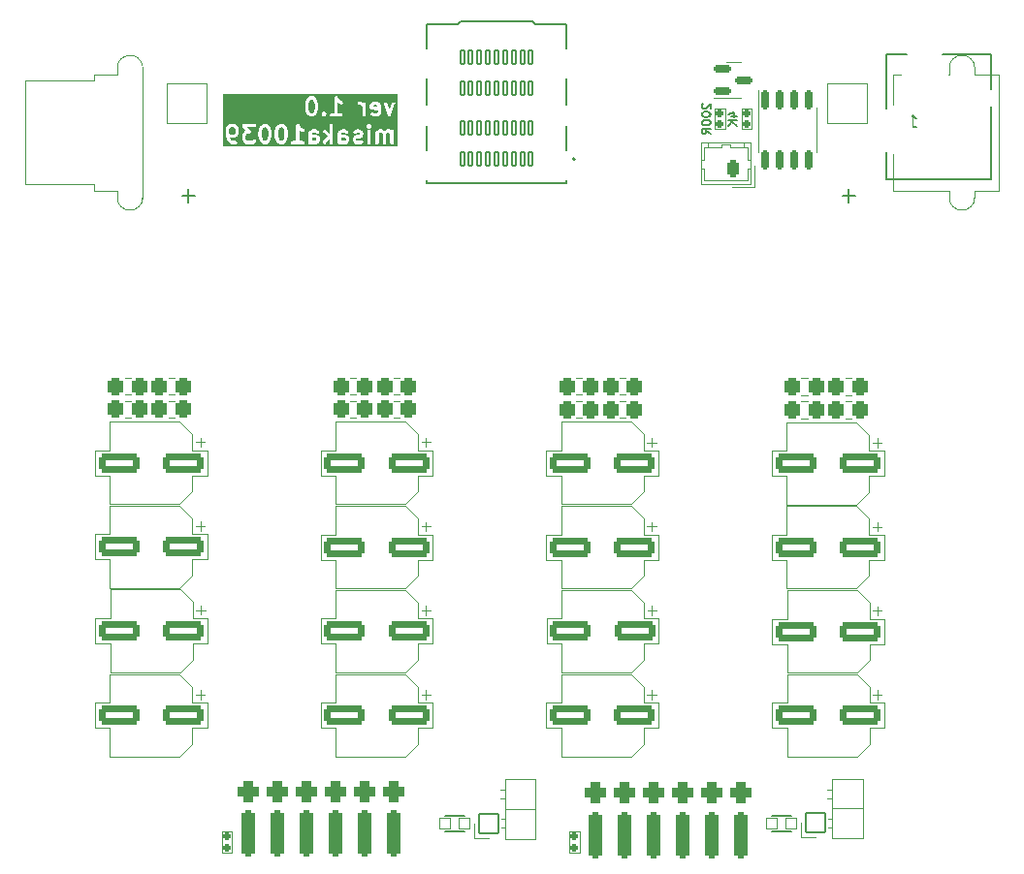
<source format=gbo>
G04 Layer: BottomSilkscreenLayer*
G04 EasyEDA v6.5.25, 2023-03-20 21:11:36*
**********************************至少这一行要换成自己的************************************
G04 Gerber Generator version 0.2*
G04 Scale: 100 percent, Rotated: No, Reflected: No *
G04 Dimensions in millimeters  *
G04 leading zeros omitted , absolute positions ,3 integer and 6 decimal *
G04 #@! TF.GenerationSoftware,KiCad,Pcbnew,7.0.9*
G04 #@! TF.CreationDate,2024-04-10T09:45:46+08:00*
G04 #@! TF.ProjectId,6__ 2.5_NAS,36d84d20-322e-435f-984e-41532e6b6963,0.3*
G04 #@! TF.SameCoordinates,PXbbc77c0PY26f37c0*
G04 #@! TF.FileFunction,Legend,Bot*
G04 #@! TF.FilePolarity,Positive*
%FSLAX45Y45*%
G04 Gerber Fmt 4.5, Leading zero omitted, Abs format (unit mm)*
G04 Created by KiCad (PCBNEW 7.0.9) date 2024-04-10 09:45:46*
%MOMM*%
%LPD*%
G01*
G04 APERTURE LIST*
G04 Aperture macros list*
%AMRoundRect*
0 Rectangle with rounded corners*
0 $1 Rounding radius*
0 $2 $3 $4 $5 $6 $7 $8 $9 X,Y pos of 4 corners*
0 Add a 4 corners polygon primitive as box body*
4,1,4,$2,$3,$4,$5,$6,$7,$8,$9,$2,$3,0*
0 Add four circle primitives for the rounded corners*
1,1,$1+$1,$2,$3*
1,1,$1+$1,$4,$5*
1,1,$1+$1,$6,$7*
1,1,$1+$1,$8,$9*
0 Add four rect primitives between the rounded corners*
20,1,$1+$1,$2,$3,$4,$5,0*
20,1,$1+$1,$4,$5,$6,$7,0*
20,1,$1+$1,$6,$7,$8,$9,0*
20,1,$1+$1,$8,$9,$2,$3,0*%
G04 Aperture macros list end*
%ADD10C,0.300000*%
%ADD11C,0.150000*%
%ADD12C,0.100000*%
%ADD13C,0.120000*%
%ADD14C,0.127000*%
%ADD15C,0.200000*%
%ADD16RoundRect,0.197500X-0.172500X0.147500X-0.172500X-0.147500X0.172500X-0.147500X0.172500X0.147500X0*%
%ADD17RoundRect,0.050000X0.500000X0.500000X-0.500000X0.500000X-0.500000X-0.500000X0.500000X-0.500000X0*%
%ADD18RoundRect,0.200000X-0.150000X0.675000X-0.150000X-0.675000X0.150000X-0.675000X0.150000X0.675000X0*%
%ADD19RoundRect,0.200000X-0.587500X-0.150000X0.587500X-0.150000X0.587500X0.150000X-0.587500X0.150000X0*%
%ADD20RoundRect,0.275000X0.225000X0.475000X-0.225000X0.475000X-0.225000X-0.475000X0.225000X-0.475000X0*%
%ADD21O,1.000000X1.500000*%
%ADD22C,1.300000*%
%ADD23C,1.700000*%
%ADD24RoundRect,0.300000X1.500000X0.550000X-1.500000X0.550000X-1.500000X-0.550000X1.500000X-0.550000X0*%
%ADD25RoundRect,0.300000X-0.337500X-0.475000X0.337500X-0.475000X0.337500X0.475000X-0.337500X0.475000X0*%
%ADD26C,1.350000*%
%ADD27RoundRect,0.102000X0.175000X0.600000X-0.175000X0.600000X-0.175000X-0.600000X0.175000X-0.600000X0*%
%ADD28O,1.254000X2.204000*%
%ADD29RoundRect,0.300000X0.337500X0.475000X-0.337500X0.475000X-0.337500X-0.475000X0.337500X-0.475000X0*%
%ADD30RoundRect,0.050000X-0.850000X-0.850000X0.850000X-0.850000X0.850000X0.850000X-0.850000X0.850000X0*%
%ADD31O,1.800000X1.800000*%
%ADD32RoundRect,0.304000X-0.254000X-1.752600X0.254000X-1.752600X0.254000X1.752600X-0.254000X1.752600X0*%
%ADD33RoundRect,0.507200X-0.457200X-0.457200X0.457200X-0.457200X0.457200X0.457200X-0.457200X0.457200X0*%
%ADD34C,1.500000*%
%ADD35RoundRect,0.050000X1.750000X-1.750000X1.750000X1.750000X-1.750000X1.750000X-1.750000X-1.750000X0*%
%ADD36C,3.600000*%
%ADD37O,2.304000X4.404000*%
%ADD38O,4.204000X2.204000*%
%ADD39RoundRect,0.050000X-1.750000X1.750000X-1.750000X-1.750000X1.750000X-1.750000X1.750000X1.750000X0*%
G04 APERTURE END LIST*
D10*
G36*
X-1454022Y358726D02*
G01*
X-1450322Y355026D01*
X-1445851Y346085D01*
X-1445851Y317453D01*
X-1450322Y308511D01*
X-1454022Y304811D01*
X-1462963Y300340D01*
X-1484453Y300340D01*
X-1493394Y304811D01*
X-1497095Y308511D01*
X-1501565Y317453D01*
X-1501565Y346085D01*
X-1497095Y355026D01*
X-1493394Y358726D01*
X-1484453Y363197D01*
X-1462963Y363197D01*
X-1454022Y358726D01*
G37*
G36*
X-1175451Y358726D02*
G01*
X-1171750Y355026D01*
X-1166433Y344390D01*
X-1160137Y319208D01*
X-1160137Y287186D01*
X-1166433Y262004D01*
X-1171751Y251368D01*
X-1175451Y247668D01*
X-1184392Y243197D01*
X-1191596Y243197D01*
X-1200537Y247668D01*
X-1204238Y251368D01*
X-1209556Y262004D01*
X-1215851Y287187D01*
X-1215851Y319208D01*
X-1209556Y344390D01*
X-1204238Y355026D01*
X-1200537Y358727D01*
X-1191596Y363197D01*
X-1184392Y363197D01*
X-1175451Y358726D01*
G37*
G36*
X-1032594Y358726D02*
G01*
X-1028893Y355026D01*
X-1023575Y344390D01*
X-1017280Y319208D01*
X-1017280Y287186D01*
X-1023575Y262004D01*
X-1028893Y251368D01*
X-1032594Y247668D01*
X-1041535Y243197D01*
X-1048739Y243197D01*
X-1057680Y247668D01*
X-1061381Y251368D01*
X-1066699Y262004D01*
X-1072994Y287187D01*
X-1072994Y319208D01*
X-1066699Y344390D01*
X-1061381Y355026D01*
X-1057680Y358727D01*
X-1048739Y363197D01*
X-1041535Y363197D01*
X-1032594Y358726D01*
G37*
G36*
X-742032Y267017D02*
G01*
X-738708Y260371D01*
X-738708Y253167D01*
X-742032Y246520D01*
X-748678Y243197D01*
X-777310Y243197D01*
X-780137Y244611D01*
X-780137Y270340D01*
X-748678Y270340D01*
X-742032Y267017D01*
G37*
G36*
X-484889Y267017D02*
G01*
X-481565Y260371D01*
X-481565Y253167D01*
X-484889Y246520D01*
X-491535Y243197D01*
X-520167Y243197D01*
X-522994Y244611D01*
X-522994Y270340D01*
X-491535Y270340D01*
X-484889Y267017D01*
G37*
G36*
X-768308Y600227D02*
G01*
X-764607Y596526D01*
X-759289Y585890D01*
X-752994Y560708D01*
X-752994Y528686D01*
X-759289Y503504D01*
X-764607Y492868D01*
X-768308Y489168D01*
X-777249Y484697D01*
X-784453Y484697D01*
X-793394Y489168D01*
X-797095Y492868D01*
X-802413Y503504D01*
X-808708Y528687D01*
X-808708Y560708D01*
X-802413Y585890D01*
X-797095Y596526D01*
X-793394Y600227D01*
X-784453Y604697D01*
X-777249Y604697D01*
X-768308Y600227D01*
G37*
G36*
X-206317Y551374D02*
G01*
X-202994Y544728D01*
X-202994Y537994D01*
X-243717Y546139D01*
X-241099Y551374D01*
X-234453Y554697D01*
X-212963Y554697D01*
X-206317Y551374D01*
G37*
G36*
X-30381Y191769D02*
G01*
X-1552994Y191769D01*
X-1552994Y292483D01*
X-1531565Y292483D01*
X-1531086Y290695D01*
X-1531117Y288845D01*
X-1523975Y260273D01*
X-1522727Y258026D01*
X-1521903Y255591D01*
X-1507617Y234162D01*
X-1506492Y233174D01*
X-1505743Y231876D01*
X-1498600Y224733D01*
X-1496509Y223526D01*
X-1494702Y221924D01*
X-1480416Y214781D01*
X-1477039Y214090D01*
X-1473708Y213197D01*
X-1445137Y213197D01*
X-1437637Y215207D01*
X-1432146Y220697D01*
X-1430137Y228197D01*
X-1432146Y235697D01*
X-1437637Y241188D01*
X-1445137Y243197D01*
X-1470167Y243197D01*
X-1479109Y247668D01*
X-1483480Y252039D01*
X-1486633Y256769D01*
X-1388708Y256769D01*
X-1387816Y253438D01*
X-1387125Y250060D01*
X-1379982Y235775D01*
X-1378380Y233968D01*
X-1377172Y231876D01*
X-1370029Y224733D01*
X-1367938Y223526D01*
X-1366131Y221924D01*
X-1351845Y214781D01*
X-1348467Y214090D01*
X-1345137Y213197D01*
X-1302280Y213197D01*
X-1298949Y214090D01*
X-1295572Y214781D01*
X-1281286Y221924D01*
X-1279479Y223526D01*
X-1277387Y224733D01*
X-1270245Y231876D01*
X-1266362Y238601D01*
X-1266362Y246365D01*
X-1270245Y253089D01*
X-1276969Y256972D01*
X-1284733Y256972D01*
X-1291458Y253089D01*
X-1296880Y247668D01*
X-1305821Y243197D01*
X-1341596Y243197D01*
X-1350537Y247668D01*
X-1354238Y251368D01*
X-1358708Y260310D01*
X-1358708Y285340D01*
X-1245851Y285340D01*
X-1245372Y283552D01*
X-1245403Y281702D01*
X-1238260Y253131D01*
X-1237457Y251683D01*
X-1237125Y250060D01*
X-1229982Y235775D01*
X-1228380Y233968D01*
X-1227172Y231876D01*
X-1220029Y224733D01*
X-1217938Y223526D01*
X-1216131Y221924D01*
X-1201845Y214781D01*
X-1198468Y214090D01*
X-1195137Y213197D01*
X-1180851Y213197D01*
X-1177521Y214090D01*
X-1174143Y214781D01*
X-1159857Y221924D01*
X-1158050Y223526D01*
X-1155959Y224733D01*
X-1148816Y231876D01*
X-1147609Y233968D01*
X-1146006Y235775D01*
X-1138863Y250060D01*
X-1138531Y251683D01*
X-1137728Y253131D01*
X-1130585Y281702D01*
X-1130616Y283552D01*
X-1130137Y285340D01*
X-1102994Y285340D01*
X-1102515Y283552D01*
X-1102546Y281702D01*
X-1095403Y253131D01*
X-1094600Y251683D01*
X-1094268Y250060D01*
X-1087125Y235775D01*
X-1085523Y233968D01*
X-1084315Y231876D01*
X-1077172Y224733D01*
X-1075081Y223526D01*
X-1073274Y221924D01*
X-1058988Y214781D01*
X-1055610Y214090D01*
X-1052280Y213197D01*
X-1037994Y213197D01*
X-1034664Y214090D01*
X-1031286Y214781D01*
X-1017000Y221924D01*
X-1015193Y223526D01*
X-1013102Y224733D01*
X-1009638Y228197D01*
X-960137Y228197D01*
X-958127Y220697D01*
X-952637Y215207D01*
X-945137Y213197D01*
X-902280Y213197D01*
X-859423Y213197D01*
X-851923Y215207D01*
X-846432Y220697D01*
X-844423Y228197D01*
X-810137Y228197D01*
X-808127Y220697D01*
X-802637Y215207D01*
X-795137Y213197D01*
X-788141Y215072D01*
X-787559Y214781D01*
X-784182Y214090D01*
X-780851Y213197D01*
X-745137Y213197D01*
X-741807Y214090D01*
X-738429Y214781D01*
X-724143Y221924D01*
X-723457Y222532D01*
X-722586Y222822D01*
X-720588Y225076D01*
X-718333Y227075D01*
X-718043Y227946D01*
X-717435Y228632D01*
X-716755Y229991D01*
X-681458Y229991D01*
X-680360Y222305D01*
X-675566Y216197D01*
X-668360Y213305D01*
X-660673Y214403D01*
X-654566Y219197D01*
X-624423Y259388D01*
X-624423Y228197D01*
X-622413Y220697D01*
X-616923Y215207D01*
X-609423Y213197D01*
X-601923Y215207D01*
X-596432Y220697D01*
X-594423Y228197D01*
X-552994Y228197D01*
X-550984Y220697D01*
X-545494Y215207D01*
X-537994Y213197D01*
X-530998Y215072D01*
X-530416Y214781D01*
X-527039Y214090D01*
X-523708Y213197D01*
X-487994Y213197D01*
X-484664Y214090D01*
X-481286Y214781D01*
X-467000Y221924D01*
X-466314Y222532D01*
X-465443Y222822D01*
X-463445Y225076D01*
X-461191Y227075D01*
X-460900Y227946D01*
X-460292Y228632D01*
X-453149Y242918D01*
X-452458Y246296D01*
X-451565Y249626D01*
X-424423Y249626D01*
X-423530Y246296D01*
X-422839Y242918D01*
X-415696Y228632D01*
X-415088Y227946D01*
X-414797Y227075D01*
X-412543Y225076D01*
X-410545Y222822D01*
X-409674Y222532D01*
X-408988Y221924D01*
X-394702Y214781D01*
X-391325Y214090D01*
X-387994Y213197D01*
X-359423Y213197D01*
X-356092Y214090D01*
X-352714Y214781D01*
X-338429Y221924D01*
X-332619Y227075D01*
X-332245Y228197D01*
X-295851Y228197D01*
X-293842Y220697D01*
X-288351Y215207D01*
X-280851Y213197D01*
X-273351Y215207D01*
X-267861Y220697D01*
X-265851Y228197D01*
X-224423Y228197D01*
X-222413Y220697D01*
X-216923Y215207D01*
X-209423Y213197D01*
X-201923Y215207D01*
X-196432Y220697D01*
X-194423Y228197D01*
X-194423Y303228D01*
X-191099Y309874D01*
X-184453Y313197D01*
X-170106Y313197D01*
X-163460Y309874D01*
X-160137Y303228D01*
X-160137Y228197D01*
X-158127Y220697D01*
X-152637Y215207D01*
X-145137Y213197D01*
X-137637Y215207D01*
X-132146Y220697D01*
X-130137Y228197D01*
X-130137Y303228D01*
X-126814Y309874D01*
X-120167Y313197D01*
X-105821Y313197D01*
X-96879Y308727D01*
X-95851Y307698D01*
X-95851Y228197D01*
X-93841Y220697D01*
X-88351Y215207D01*
X-80851Y213197D01*
X-73351Y215207D01*
X-67861Y220697D01*
X-65851Y228197D01*
X-65851Y328197D01*
X-67861Y335697D01*
X-73351Y341188D01*
X-80851Y343197D01*
X-88351Y341188D01*
X-90474Y339065D01*
X-95571Y341614D01*
X-98950Y342305D01*
X-102280Y343197D01*
X-123708Y343197D01*
X-127038Y342305D01*
X-130417Y341614D01*
X-144702Y334471D01*
X-145137Y334085D01*
X-145572Y334471D01*
X-159857Y341614D01*
X-163235Y342305D01*
X-166565Y343197D01*
X-187994Y343197D01*
X-191324Y342305D01*
X-194702Y341614D01*
X-208988Y334471D01*
X-209674Y333862D01*
X-210544Y333572D01*
X-212543Y331318D01*
X-214797Y329319D01*
X-215087Y328449D01*
X-215696Y327763D01*
X-222839Y313477D01*
X-223530Y310099D01*
X-224423Y306769D01*
X-224423Y228197D01*
X-265851Y228197D01*
X-265851Y328197D01*
X-267861Y335697D01*
X-273351Y341188D01*
X-280851Y343197D01*
X-288351Y341188D01*
X-293842Y335697D01*
X-295851Y328197D01*
X-295851Y228197D01*
X-332245Y228197D01*
X-330164Y234441D01*
X-331721Y242048D01*
X-336872Y247858D01*
X-344238Y250313D01*
X-351845Y248756D01*
X-362964Y243197D01*
X-384453Y243197D01*
X-391099Y246520D01*
X-394423Y253167D01*
X-394423Y253228D01*
X-391099Y259874D01*
X-384453Y263197D01*
X-366565Y263197D01*
X-363235Y264090D01*
X-359857Y264781D01*
X-345572Y271924D01*
X-344885Y272532D01*
X-344015Y272822D01*
X-342017Y275076D01*
X-339762Y277075D01*
X-339472Y277946D01*
X-338863Y278632D01*
X-331720Y292918D01*
X-331029Y296296D01*
X-330137Y299626D01*
X-330137Y306769D01*
X-331029Y310099D01*
X-331721Y313477D01*
X-338863Y327763D01*
X-339472Y328449D01*
X-339762Y329319D01*
X-342016Y331318D01*
X-344015Y333572D01*
X-344885Y333862D01*
X-345572Y334471D01*
X-359857Y341614D01*
X-363235Y342305D01*
X-366565Y343197D01*
X-387994Y343197D01*
X-391324Y342305D01*
X-394702Y341614D01*
X-408988Y334471D01*
X-414797Y329319D01*
X-417253Y321953D01*
X-415696Y314346D01*
X-410544Y308537D01*
X-403178Y306081D01*
X-395571Y307638D01*
X-384453Y313197D01*
X-370106Y313197D01*
X-363460Y309874D01*
X-360137Y303228D01*
X-360137Y303167D01*
X-363460Y296520D01*
X-370106Y293197D01*
X-387994Y293197D01*
X-391324Y292305D01*
X-394702Y291614D01*
X-408988Y284471D01*
X-409674Y283862D01*
X-410544Y283572D01*
X-412543Y281318D01*
X-414797Y279319D01*
X-415087Y278449D01*
X-415696Y277763D01*
X-422839Y263477D01*
X-423530Y260099D01*
X-424423Y256769D01*
X-424423Y249626D01*
X-451565Y249626D01*
X-451565Y263912D01*
X-452458Y267242D01*
X-453149Y270620D01*
X-460292Y284905D01*
X-460900Y285592D01*
X-461191Y286462D01*
X-463445Y288461D01*
X-465443Y290715D01*
X-466314Y291005D01*
X-467000Y291614D01*
X-481286Y298756D01*
X-484664Y299448D01*
X-487994Y300340D01*
X-520167Y300340D01*
X-522994Y301753D01*
X-522994Y303228D01*
X-519671Y309874D01*
X-513024Y313197D01*
X-491535Y313197D01*
X-480417Y307638D01*
X-472810Y306081D01*
X-465443Y308537D01*
X-460292Y314346D01*
X-458735Y321953D01*
X-461191Y329319D01*
X-467000Y334471D01*
X-481286Y341614D01*
X-484664Y342305D01*
X-487994Y343197D01*
X-516565Y343197D01*
X-519896Y342305D01*
X-523274Y341614D01*
X-537559Y334471D01*
X-538246Y333862D01*
X-539116Y333572D01*
X-541115Y331318D01*
X-543369Y329319D01*
X-543659Y328449D01*
X-544268Y327763D01*
X-551410Y313477D01*
X-552102Y310099D01*
X-552994Y306769D01*
X-552994Y228197D01*
X-594423Y228197D01*
X-594423Y367172D01*
X-302483Y367172D01*
X-300600Y363911D01*
X-298601Y360448D01*
X-298601Y360448D01*
X-291458Y353305D01*
X-290733Y352886D01*
X-289748Y352318D01*
X-288351Y350921D01*
X-286444Y350410D01*
X-284733Y349423D01*
X-284733Y349423D01*
X-282759Y349423D01*
X-280851Y348912D01*
X-278944Y349423D01*
X-276969Y349423D01*
X-275259Y350410D01*
X-273351Y350921D01*
X-271955Y352318D01*
X-270245Y353305D01*
X-263102Y360448D01*
X-261102Y363911D01*
X-259219Y367172D01*
X-259219Y374936D01*
X-259219Y374937D01*
X-261499Y378885D01*
X-263102Y381661D01*
X-270244Y388804D01*
X-270245Y388804D01*
X-271955Y389791D01*
X-273351Y391188D01*
X-275259Y391699D01*
X-276969Y392686D01*
X-276969Y392686D01*
X-278944Y392686D01*
X-280851Y393197D01*
X-282759Y392686D01*
X-284733Y392686D01*
X-286444Y391699D01*
X-288351Y391188D01*
X-289748Y389791D01*
X-291458Y388804D01*
X-291458Y388804D01*
X-291458Y388804D01*
X-298601Y381661D01*
X-298601Y381661D01*
X-298601Y381661D01*
X-300204Y378885D01*
X-302483Y374937D01*
X-302483Y374936D01*
X-302483Y367172D01*
X-594423Y367172D01*
X-594423Y378197D01*
X-596432Y385697D01*
X-601923Y391188D01*
X-609423Y393197D01*
X-616923Y391188D01*
X-622413Y385697D01*
X-624423Y378197D01*
X-624423Y307268D01*
X-655959Y338804D01*
X-662683Y342686D01*
X-670448Y342686D01*
X-677172Y338804D01*
X-681054Y332080D01*
X-681054Y324315D01*
X-677172Y317591D01*
X-643514Y283933D01*
X-678566Y237197D01*
X-681458Y229991D01*
X-716755Y229991D01*
X-710292Y242918D01*
X-709601Y246296D01*
X-708708Y249626D01*
X-708708Y263912D01*
X-709601Y267242D01*
X-710292Y270620D01*
X-717435Y284905D01*
X-718043Y285592D01*
X-718333Y286462D01*
X-720588Y288461D01*
X-722586Y290715D01*
X-723457Y291005D01*
X-724143Y291614D01*
X-738429Y298756D01*
X-741807Y299448D01*
X-745137Y300340D01*
X-777310Y300340D01*
X-780137Y301753D01*
X-780137Y303228D01*
X-776814Y309874D01*
X-770167Y313197D01*
X-748678Y313197D01*
X-737559Y307638D01*
X-729952Y306081D01*
X-722586Y308537D01*
X-717435Y314346D01*
X-715878Y321953D01*
X-718333Y329319D01*
X-724143Y334471D01*
X-738429Y341614D01*
X-741807Y342305D01*
X-745137Y343197D01*
X-773708Y343197D01*
X-777038Y342305D01*
X-780417Y341614D01*
X-794702Y334471D01*
X-795389Y333862D01*
X-796259Y333572D01*
X-798258Y331318D01*
X-800512Y329319D01*
X-800802Y328449D01*
X-801410Y327763D01*
X-808553Y313477D01*
X-809245Y310099D01*
X-810137Y306769D01*
X-810137Y228197D01*
X-844423Y228197D01*
X-846432Y235697D01*
X-851923Y241188D01*
X-859423Y243197D01*
X-887280Y243197D01*
X-887280Y334841D01*
X-884315Y331876D01*
X-882223Y330669D01*
X-880417Y329067D01*
X-866131Y321924D01*
X-858524Y320367D01*
X-851158Y322822D01*
X-846006Y328632D01*
X-844450Y336239D01*
X-846905Y343605D01*
X-852714Y348756D01*
X-864823Y354811D01*
X-876337Y366325D01*
X-889799Y386518D01*
X-892364Y388772D01*
X-894780Y391188D01*
X-895259Y391316D01*
X-895631Y391643D01*
X-898980Y392313D01*
X-902280Y393197D01*
X-902759Y393069D01*
X-903245Y393166D01*
X-906481Y392072D01*
X-909780Y391188D01*
X-910130Y390837D01*
X-910600Y390678D01*
X-912855Y388113D01*
X-915270Y385697D01*
X-915399Y385218D01*
X-915726Y384846D01*
X-916396Y381497D01*
X-917280Y378197D01*
X-917280Y243197D01*
X-945137Y243197D01*
X-952637Y241188D01*
X-958127Y235697D01*
X-960137Y228197D01*
X-1009638Y228197D01*
X-1005959Y231876D01*
X-1004751Y233968D01*
X-1003149Y235775D01*
X-996006Y250060D01*
X-995674Y251683D01*
X-994870Y253131D01*
X-987728Y281702D01*
X-987759Y283552D01*
X-987280Y285340D01*
X-987280Y321054D01*
X-987759Y322842D01*
X-987728Y324692D01*
X-994870Y353264D01*
X-995674Y354711D01*
X-996006Y356334D01*
X-1003149Y370620D01*
X-1004751Y372427D01*
X-1005959Y374518D01*
X-1013102Y381661D01*
X-1015193Y382868D01*
X-1017000Y384471D01*
X-1031286Y391614D01*
X-1034664Y392305D01*
X-1037994Y393197D01*
X-1052280Y393197D01*
X-1055610Y392305D01*
X-1058988Y391614D01*
X-1073274Y384471D01*
X-1075081Y382868D01*
X-1077172Y381661D01*
X-1084315Y374518D01*
X-1085523Y372427D01*
X-1087125Y370620D01*
X-1094268Y356334D01*
X-1094600Y354712D01*
X-1095403Y353264D01*
X-1102546Y324692D01*
X-1102515Y322842D01*
X-1102994Y321054D01*
X-1102994Y285340D01*
X-1130137Y285340D01*
X-1130137Y321054D01*
X-1130616Y322842D01*
X-1130585Y324692D01*
X-1137728Y353264D01*
X-1138531Y354711D01*
X-1138863Y356334D01*
X-1146006Y370620D01*
X-1147609Y372427D01*
X-1148816Y374518D01*
X-1155959Y381661D01*
X-1158050Y382868D01*
X-1159857Y384471D01*
X-1174143Y391614D01*
X-1177521Y392305D01*
X-1180851Y393197D01*
X-1195137Y393197D01*
X-1198467Y392305D01*
X-1201845Y391614D01*
X-1216131Y384471D01*
X-1217938Y382868D01*
X-1220029Y381661D01*
X-1227172Y374518D01*
X-1228380Y372427D01*
X-1229982Y370620D01*
X-1237125Y356334D01*
X-1237457Y354712D01*
X-1238260Y353264D01*
X-1245403Y324692D01*
X-1245372Y322842D01*
X-1245851Y321054D01*
X-1245851Y285340D01*
X-1358708Y285340D01*
X-1358708Y288942D01*
X-1354238Y297883D01*
X-1350537Y301584D01*
X-1341596Y306054D01*
X-1323708Y306054D01*
X-1322277Y306438D01*
X-1320798Y306339D01*
X-1318588Y307426D01*
X-1316208Y308064D01*
X-1315160Y309112D01*
X-1313831Y309766D01*
X-1312460Y311812D01*
X-1310718Y313554D01*
X-1310334Y314986D01*
X-1309510Y316217D01*
X-1309346Y318675D01*
X-1308708Y321054D01*
X-1309092Y322486D01*
X-1308993Y323964D01*
X-1310080Y326175D01*
X-1310718Y328554D01*
X-1311766Y329602D01*
X-1312420Y330932D01*
X-1340652Y363197D01*
X-1280851Y363197D01*
X-1273351Y365207D01*
X-1267861Y370697D01*
X-1265851Y378197D01*
X-1267861Y385697D01*
X-1273351Y391188D01*
X-1280851Y393197D01*
X-1373708Y393197D01*
X-1375140Y392814D01*
X-1376618Y392912D01*
X-1378829Y391825D01*
X-1381208Y391188D01*
X-1382256Y390140D01*
X-1383586Y389486D01*
X-1384957Y387439D01*
X-1386699Y385697D01*
X-1387082Y384266D01*
X-1387907Y383035D01*
X-1388071Y380576D01*
X-1388708Y378197D01*
X-1388325Y376766D01*
X-1388423Y375287D01*
X-1387336Y373076D01*
X-1386699Y370697D01*
X-1385651Y369649D01*
X-1384997Y368320D01*
X-1354304Y333241D01*
X-1366131Y327328D01*
X-1367938Y325726D01*
X-1370029Y324518D01*
X-1377172Y317375D01*
X-1378380Y315284D01*
X-1379982Y313477D01*
X-1387125Y299191D01*
X-1387816Y295813D01*
X-1388708Y292483D01*
X-1388708Y256769D01*
X-1486633Y256769D01*
X-1495501Y270070D01*
X-1496144Y272645D01*
X-1494702Y271924D01*
X-1491324Y271232D01*
X-1487994Y270340D01*
X-1459422Y270340D01*
X-1456092Y271232D01*
X-1452714Y271924D01*
X-1438429Y279067D01*
X-1436622Y280669D01*
X-1434530Y281876D01*
X-1427387Y289019D01*
X-1426180Y291111D01*
X-1424577Y292918D01*
X-1417435Y307203D01*
X-1416744Y310581D01*
X-1415851Y313912D01*
X-1415851Y349626D01*
X-1416744Y352956D01*
X-1417435Y356334D01*
X-1424577Y370620D01*
X-1426180Y372427D01*
X-1427387Y374518D01*
X-1434530Y381661D01*
X-1436622Y382868D01*
X-1438429Y384471D01*
X-1452714Y391614D01*
X-1456092Y392305D01*
X-1459422Y393197D01*
X-1487994Y393197D01*
X-1491324Y392305D01*
X-1494702Y391614D01*
X-1508988Y384471D01*
X-1510795Y382868D01*
X-1512886Y381661D01*
X-1520029Y374518D01*
X-1521237Y372427D01*
X-1522839Y370620D01*
X-1529982Y356334D01*
X-1530673Y352956D01*
X-1531565Y349626D01*
X-1531565Y292483D01*
X-1552994Y292483D01*
X-1552994Y526840D01*
X-838708Y526840D01*
X-838229Y525052D01*
X-838260Y523202D01*
X-831117Y494631D01*
X-830314Y493183D01*
X-829982Y491560D01*
X-822839Y477275D01*
X-821237Y475468D01*
X-820029Y473376D01*
X-812886Y466233D01*
X-810795Y465026D01*
X-808988Y463424D01*
X-794702Y456281D01*
X-791324Y455590D01*
X-787994Y454697D01*
X-773708Y454697D01*
X-770378Y455590D01*
X-767000Y456281D01*
X-752714Y463424D01*
X-750907Y465026D01*
X-748816Y466233D01*
X-742092Y472958D01*
X-695340Y472958D01*
X-693708Y470132D01*
X-691458Y466233D01*
X-691458Y466233D01*
X-684315Y459090D01*
X-682605Y458103D01*
X-681208Y456707D01*
X-679301Y456196D01*
X-677590Y455208D01*
X-677590Y455208D01*
X-675616Y455208D01*
X-673708Y454697D01*
X-671801Y455208D01*
X-669826Y455208D01*
X-668116Y456196D01*
X-666208Y456707D01*
X-664812Y458103D01*
X-663102Y459090D01*
X-663102Y459091D01*
X-655959Y466233D01*
X-653959Y469697D01*
X-624423Y469697D01*
X-622413Y462197D01*
X-616923Y456707D01*
X-609423Y454697D01*
X-566565Y454697D01*
X-523708Y454697D01*
X-516208Y456707D01*
X-510718Y462197D01*
X-508708Y469697D01*
X-510718Y477197D01*
X-516208Y482688D01*
X-523708Y484697D01*
X-551565Y484697D01*
X-551565Y576341D01*
X-548601Y573376D01*
X-546509Y572169D01*
X-544702Y570567D01*
X-530417Y563424D01*
X-522809Y561867D01*
X-515443Y564322D01*
X-510677Y569697D01*
X-381565Y569697D01*
X-379556Y562197D01*
X-374065Y556707D01*
X-366565Y554697D01*
X-355821Y554697D01*
X-346879Y550227D01*
X-343179Y546526D01*
X-338708Y537585D01*
X-338708Y469697D01*
X-336699Y462197D01*
X-331208Y456707D01*
X-323708Y454697D01*
X-316208Y456707D01*
X-310718Y462197D01*
X-308708Y469697D01*
X-308708Y533983D01*
X-274423Y533983D01*
X-273789Y531619D01*
X-273632Y529176D01*
X-272801Y527930D01*
X-272413Y526483D01*
X-270682Y524752D01*
X-269325Y522716D01*
X-267982Y522052D01*
X-266923Y520992D01*
X-264558Y520359D01*
X-262364Y519274D01*
X-202994Y507400D01*
X-202994Y494667D01*
X-206317Y488020D01*
X-212963Y484697D01*
X-234453Y484697D01*
X-245571Y490256D01*
X-253178Y491813D01*
X-260545Y489358D01*
X-265696Y483548D01*
X-267253Y475941D01*
X-264797Y468575D01*
X-258988Y463424D01*
X-244702Y456281D01*
X-241325Y455590D01*
X-237994Y454697D01*
X-209422Y454697D01*
X-206092Y455590D01*
X-202714Y456281D01*
X-188429Y463424D01*
X-187742Y464032D01*
X-186872Y464322D01*
X-184874Y466576D01*
X-182619Y468575D01*
X-182329Y469446D01*
X-181720Y470132D01*
X-174578Y484418D01*
X-173886Y487796D01*
X-172994Y491126D01*
X-172994Y548269D01*
X-173887Y551599D01*
X-174578Y554977D01*
X-181720Y569263D01*
X-182329Y569949D01*
X-182619Y570819D01*
X-184392Y572391D01*
X-152750Y572391D01*
X-152120Y564652D01*
X-116406Y464652D01*
X-114869Y462429D01*
X-113712Y459986D01*
X-112694Y459283D01*
X-111991Y458265D01*
X-109548Y457108D01*
X-107325Y455571D01*
X-106092Y455471D01*
X-104974Y454941D01*
X-102280Y455160D01*
X-99586Y454941D01*
X-98468Y455471D01*
X-97235Y455571D01*
X-95011Y457108D01*
X-92569Y458265D01*
X-91865Y459283D01*
X-90847Y459986D01*
X-89690Y462429D01*
X-88154Y464652D01*
X-52439Y564652D01*
X-51809Y572391D01*
X-55133Y579408D01*
X-61520Y583823D01*
X-69259Y584453D01*
X-76277Y581129D01*
X-80692Y574742D01*
X-102280Y514295D01*
X-123868Y574742D01*
X-128283Y581129D01*
X-135300Y584453D01*
X-143039Y583823D01*
X-149426Y579408D01*
X-152750Y572391D01*
X-184392Y572391D01*
X-184873Y572818D01*
X-186872Y575072D01*
X-187742Y575362D01*
X-188429Y575971D01*
X-202714Y583114D01*
X-206092Y583805D01*
X-209422Y584697D01*
X-237994Y584697D01*
X-241324Y583805D01*
X-244702Y583114D01*
X-258988Y575971D01*
X-259674Y575362D01*
X-260545Y575072D01*
X-262544Y572818D01*
X-264797Y570819D01*
X-265088Y569949D01*
X-265696Y569263D01*
X-272839Y554977D01*
X-273530Y551599D01*
X-274423Y548269D01*
X-274423Y533983D01*
X-308708Y533983D01*
X-308708Y569697D01*
X-310718Y577197D01*
X-316208Y582688D01*
X-323708Y584697D01*
X-331208Y582688D01*
X-335712Y578184D01*
X-345572Y583114D01*
X-348950Y583805D01*
X-352280Y584697D01*
X-366565Y584697D01*
X-374065Y582688D01*
X-379556Y577197D01*
X-381565Y569697D01*
X-510677Y569697D01*
X-510292Y570132D01*
X-508735Y577739D01*
X-511190Y585105D01*
X-517000Y590256D01*
X-529109Y596311D01*
X-540623Y607825D01*
X-554085Y628018D01*
X-556650Y630272D01*
X-559065Y632688D01*
X-559545Y632816D01*
X-559917Y633143D01*
X-563266Y633813D01*
X-566565Y634697D01*
X-567044Y634569D01*
X-567531Y634666D01*
X-570766Y633572D01*
X-574065Y632688D01*
X-574416Y632337D01*
X-574886Y632178D01*
X-577140Y629613D01*
X-579556Y627197D01*
X-579684Y626718D01*
X-580011Y626346D01*
X-580681Y622997D01*
X-581565Y619697D01*
X-581565Y484697D01*
X-609423Y484697D01*
X-616923Y482688D01*
X-622413Y477197D01*
X-624423Y469697D01*
X-653959Y469697D01*
X-653708Y470132D01*
X-652076Y472958D01*
X-652076Y480722D01*
X-652076Y480722D01*
X-655959Y487447D01*
X-663101Y494589D01*
X-663102Y494589D01*
X-664812Y495577D01*
X-666208Y496973D01*
X-668116Y497484D01*
X-669826Y498472D01*
X-669826Y498472D01*
X-671801Y498472D01*
X-673708Y498983D01*
X-675616Y498472D01*
X-677590Y498472D01*
X-679301Y497484D01*
X-681208Y496973D01*
X-682605Y495577D01*
X-684315Y494590D01*
X-684315Y494590D01*
X-684315Y494589D01*
X-691458Y487447D01*
X-695340Y480722D01*
X-695340Y480722D01*
X-695340Y472958D01*
X-742092Y472958D01*
X-741673Y473376D01*
X-740465Y475468D01*
X-738863Y477275D01*
X-731720Y491560D01*
X-731388Y493183D01*
X-730585Y494631D01*
X-723442Y523202D01*
X-723473Y525052D01*
X-722994Y526840D01*
X-722994Y562554D01*
X-723473Y564342D01*
X-723442Y566192D01*
X-730585Y594764D01*
X-731388Y596212D01*
X-731720Y597834D01*
X-738863Y612120D01*
X-740465Y613927D01*
X-741673Y616018D01*
X-748816Y623161D01*
X-750907Y624368D01*
X-752714Y625971D01*
X-767000Y633114D01*
X-770378Y633805D01*
X-773708Y634697D01*
X-787994Y634697D01*
X-791324Y633805D01*
X-794702Y633114D01*
X-808988Y625971D01*
X-810795Y624369D01*
X-812886Y623161D01*
X-820029Y616018D01*
X-821237Y613927D01*
X-822839Y612120D01*
X-829982Y597834D01*
X-830314Y596212D01*
X-831117Y594764D01*
X-838260Y566192D01*
X-838229Y564342D01*
X-838708Y562554D01*
X-838708Y526840D01*
X-1552994Y526840D01*
X-1552994Y656126D01*
X-30381Y656126D01*
X-30381Y191769D01*
G37*
D11*
X2632899Y567237D02*
X2629328Y563666D01*
X2629328Y563666D02*
X2625756Y556523D01*
X2625756Y556523D02*
X2625756Y538666D01*
X2625756Y538666D02*
X2629328Y531523D01*
X2629328Y531523D02*
X2632899Y527952D01*
X2632899Y527952D02*
X2640042Y524380D01*
X2640042Y524380D02*
X2647185Y524380D01*
X2647185Y524380D02*
X2657899Y527952D01*
X2657899Y527952D02*
X2700756Y570809D01*
X2700756Y570809D02*
X2700756Y524380D01*
X2625756Y477951D02*
X2625756Y470809D01*
X2625756Y470809D02*
X2629328Y463666D01*
X2629328Y463666D02*
X2632899Y460094D01*
X2632899Y460094D02*
X2640042Y456523D01*
X2640042Y456523D02*
X2654328Y452951D01*
X2654328Y452951D02*
X2672185Y452951D01*
X2672185Y452951D02*
X2686471Y456523D01*
X2686471Y456523D02*
X2693614Y460094D01*
X2693614Y460094D02*
X2697185Y463666D01*
X2697185Y463666D02*
X2700756Y470809D01*
X2700756Y470809D02*
X2700756Y477951D01*
X2700756Y477951D02*
X2697185Y485094D01*
X2697185Y485094D02*
X2693614Y488666D01*
X2693614Y488666D02*
X2686471Y492237D01*
X2686471Y492237D02*
X2672185Y495809D01*
X2672185Y495809D02*
X2654328Y495809D01*
X2654328Y495809D02*
X2640042Y492237D01*
X2640042Y492237D02*
X2632899Y488666D01*
X2632899Y488666D02*
X2629328Y485094D01*
X2629328Y485094D02*
X2625756Y477951D01*
X2625756Y406523D02*
X2625756Y399380D01*
X2625756Y399380D02*
X2629328Y392237D01*
X2629328Y392237D02*
X2632899Y388666D01*
X2632899Y388666D02*
X2640042Y385094D01*
X2640042Y385094D02*
X2654328Y381523D01*
X2654328Y381523D02*
X2672185Y381523D01*
X2672185Y381523D02*
X2686471Y385094D01*
X2686471Y385094D02*
X2693614Y388666D01*
X2693614Y388666D02*
X2697185Y392237D01*
X2697185Y392237D02*
X2700756Y399380D01*
X2700756Y399380D02*
X2700756Y406523D01*
X2700756Y406523D02*
X2697185Y413666D01*
X2697185Y413666D02*
X2693614Y417237D01*
X2693614Y417237D02*
X2686471Y420809D01*
X2686471Y420809D02*
X2672185Y424380D01*
X2672185Y424380D02*
X2654328Y424380D01*
X2654328Y424380D02*
X2640042Y420809D01*
X2640042Y420809D02*
X2632899Y417237D01*
X2632899Y417237D02*
X2629328Y413666D01*
X2629328Y413666D02*
X2625756Y406523D01*
X2700756Y306523D02*
X2665042Y331523D01*
X2700756Y349380D02*
X2625756Y349380D01*
X2625756Y349380D02*
X2625756Y320809D01*
X2625756Y320809D02*
X2629328Y313666D01*
X2629328Y313666D02*
X2632899Y310094D01*
X2632899Y310094D02*
X2640042Y306523D01*
X2640042Y306523D02*
X2650756Y306523D01*
X2650756Y306523D02*
X2657899Y310094D01*
X2657899Y310094D02*
X2661471Y313666D01*
X2661471Y313666D02*
X2665042Y320809D01*
X2665042Y320809D02*
X2665042Y349380D01*
X2884436Y458914D02*
X2934436Y458914D01*
X2855865Y476771D02*
X2909436Y494629D01*
X2909436Y494629D02*
X2909436Y448200D01*
X2934436Y419629D02*
X2859436Y419629D01*
X2934436Y376771D02*
X2891579Y408914D01*
X2859436Y376771D02*
X2902293Y419629D01*
X3908590Y-179257D02*
X3908590Y-293543D01*
X3965733Y-236400D02*
X3851447Y-236400D01*
X4440349Y366338D02*
X4497491Y366338D01*
X4468920Y366338D02*
X4468920Y466338D01*
X4468920Y466338D02*
X4478444Y452052D01*
X4478444Y452052D02*
X4487968Y442529D01*
X4487968Y442529D02*
X4497491Y437767D01*
X-1855810Y-179257D02*
X-1855810Y-293543D01*
X-1798667Y-236400D02*
X-1912953Y-236400D01*
D12*
G04 #@! TO.C,200R*
X2739390Y528320D02*
X2828290Y528320D01*
X2739390Y345440D02*
X2828290Y345440D01*
X2828290Y345440D02*
X2828290Y528320D01*
X2739390Y528320D02*
X2739390Y345440D01*
G04 #@! TO.C,4K*
X2973070Y527140D02*
X3061970Y527140D01*
X2973070Y344260D02*
X3061970Y344260D01*
X3061970Y344260D02*
X3061970Y527140D01*
X2973070Y527140D02*
X2973070Y344260D01*
G04 #@! TO.C,R4*
X1469390Y-5793740D02*
X1558290Y-5793740D01*
X1469390Y-5976620D02*
X1558290Y-5976620D01*
X1558290Y-5976620D02*
X1558290Y-5793740D01*
X1469390Y-5793740D02*
X1469390Y-5976620D01*
G04 #@! TO.C,R1*
X-1563370Y-5793740D02*
X-1474470Y-5793740D01*
X-1563370Y-5976620D02*
X-1474470Y-5976620D01*
X-1474470Y-5976620D02*
X-1474470Y-5793740D01*
X-1563370Y-5793740D02*
X-1563370Y-5976620D01*
D11*
G04 #@! TO.C,R5*
X3404780Y-5652620D02*
X3234780Y-5652620D01*
X3234780Y-5792620D02*
X3404780Y-5792620D01*
X382360Y-5792620D02*
X552360Y-5792620D01*
X552360Y-5652620D02*
X382360Y-5652620D01*
D13*
G04 #@! TO.C,REF\u002A\u002A*
X3626580Y337820D02*
X3626580Y532820D01*
X3626580Y337820D02*
X3626580Y142820D01*
X3114580Y337820D02*
X3114580Y682820D01*
X3114580Y337820D02*
X3114580Y142820D01*
X2900680Y930700D02*
X2835680Y930700D01*
X2900680Y930700D02*
X2965680Y930700D01*
X2900680Y618700D02*
X2733180Y618700D01*
X2900680Y618700D02*
X2965680Y618700D01*
X3083140Y-162740D02*
X2892140Y-162740D01*
X3083140Y28260D02*
X3083140Y-162740D01*
X3052140Y-131740D02*
X2617140Y-131740D01*
X3052140Y-1740D02*
X3022140Y-1740D01*
X3052140Y73260D02*
X3022140Y73260D01*
X3052140Y228260D02*
X3052140Y-131740D01*
X3022140Y-101740D02*
X2647140Y-101740D01*
X3022140Y-1740D02*
X3022140Y-101740D01*
X3022140Y73260D02*
X3022140Y183260D01*
X3022140Y183260D02*
X2992140Y183260D01*
X2992140Y183260D02*
X2992140Y228260D01*
X2992140Y183260D02*
X2872140Y183260D01*
X2872140Y183260D02*
X2872140Y213260D01*
X2872140Y213260D02*
X2797140Y213260D01*
X2797140Y183260D02*
X2677140Y183260D01*
X2797140Y213260D02*
X2797140Y183260D01*
X2677140Y183260D02*
X2677140Y228260D01*
X2647140Y-101740D02*
X2647140Y-1740D01*
X2647140Y-1740D02*
X2617140Y-1740D01*
X2647140Y73260D02*
X2647140Y183260D01*
X2647140Y183260D02*
X2677140Y183260D01*
X2617140Y-131740D02*
X2617140Y228260D01*
X2617140Y73260D02*
X2647140Y73260D01*
X2617140Y228260D02*
X3052140Y228260D01*
G04 #@! TO.C,C35*
X276640Y-4887740D02*
X146640Y-4887740D01*
X276640Y-4667740D02*
X276640Y-4887740D01*
X256015Y-4597740D02*
X177265Y-4597740D01*
X216640Y-4558365D02*
X216640Y-4637115D01*
X146640Y-5027740D02*
X36640Y-5137740D01*
X146640Y-4887740D02*
X146640Y-5027740D01*
X146640Y-4667740D02*
X276640Y-4667740D01*
X146640Y-4527740D02*
X146640Y-4667740D01*
X36640Y-5137740D02*
X-573360Y-5137740D01*
X36640Y-4417740D02*
X146640Y-4527740D01*
X-573360Y-5137740D02*
X-573360Y-4887740D01*
X-573360Y-4887740D02*
X-693360Y-4887740D01*
X-573360Y-4667740D02*
X-573360Y-4417740D01*
X-573360Y-4417740D02*
X36640Y-4417740D01*
X-693360Y-4887740D02*
X-703360Y-4887740D01*
X-703360Y-4887740D02*
X-703360Y-4667740D01*
X-703360Y-4667740D02*
X-573360Y-4667740D01*
G04 #@! TO.C,C22*
X1525815Y-2032160D02*
X1578065Y-2032160D01*
X1525815Y-2179160D02*
X1578065Y-2179160D01*
G04 #@! TO.C,C36*
X276640Y-3417080D02*
X146640Y-3417080D01*
X276640Y-3197080D02*
X276640Y-3417080D01*
X256015Y-3127080D02*
X177265Y-3127080D01*
X216640Y-3087705D02*
X216640Y-3166455D01*
X146640Y-3557080D02*
X36640Y-3667080D01*
X146640Y-3417080D02*
X146640Y-3557080D01*
X146640Y-3197080D02*
X276640Y-3197080D01*
X146640Y-3057080D02*
X146640Y-3197080D01*
X36640Y-3667080D02*
X-573360Y-3667080D01*
X36640Y-2947080D02*
X146640Y-3057080D01*
X-573360Y-3667080D02*
X-573360Y-3417080D01*
X-573360Y-3417080D02*
X-693360Y-3417080D01*
X-573360Y-3197080D02*
X-573360Y-2947080D01*
X-573360Y-2947080D02*
X36640Y-2947080D01*
X-693360Y-3417080D02*
X-703360Y-3417080D01*
X-703360Y-3417080D02*
X-703360Y-3197080D01*
X-703360Y-3197080D02*
X-573360Y-3197080D01*
G04 #@! TO.C,C6*
X4216180Y-2685560D02*
X4086180Y-2685560D01*
X4216180Y-2465560D02*
X4216180Y-2685560D01*
X4195555Y-2395560D02*
X4116805Y-2395560D01*
X4156180Y-2356185D02*
X4156180Y-2434935D01*
X4086180Y-2825560D02*
X3976180Y-2935560D01*
X4086180Y-2685560D02*
X4086180Y-2825560D01*
X4086180Y-2465560D02*
X4216180Y-2465560D01*
X4086180Y-2325560D02*
X4086180Y-2465560D01*
X3976180Y-2935560D02*
X3366180Y-2935560D01*
X3976180Y-2215560D02*
X4086180Y-2325560D01*
X3366180Y-2935560D02*
X3366180Y-2685560D01*
X3366180Y-2685560D02*
X3236180Y-2685560D01*
X3366180Y-2465560D02*
X3366180Y-2215560D01*
X3366180Y-2215560D02*
X3976180Y-2215560D01*
X3236180Y-2685560D02*
X3236180Y-2465560D01*
X3236180Y-2465560D02*
X3366180Y-2465560D01*
D14*
G04 #@! TO.C,J3*
X1441120Y-126680D02*
X225120Y-126680D01*
X1441120Y-103080D02*
X1441120Y-126680D01*
X1441120Y370920D02*
X1441120Y159720D01*
X1441120Y788920D02*
X1441120Y558720D01*
X1441120Y1265320D02*
X1441120Y1051720D01*
X1441120Y1265320D02*
X1170620Y1265320D01*
X1170620Y1265320D02*
X1145620Y1290320D01*
X1145620Y1290320D02*
X520620Y1290320D01*
X520620Y1290320D02*
X495620Y1265320D01*
X495620Y1265320D02*
X225120Y1265320D01*
X225120Y-103080D02*
X225120Y-126680D01*
X225120Y370920D02*
X225120Y159720D01*
X225120Y788920D02*
X225120Y558720D01*
X225120Y1265320D02*
X225120Y1051720D01*
D15*
X1518120Y81820D02*
G75*
G03*
X1518120Y81820I-10000J0D01*
G01*
D13*
G04 #@! TO.C,C14*
X1526205Y-1828960D02*
X1578455Y-1828960D01*
X1526205Y-1975960D02*
X1578455Y-1975960D01*
G04 #@! TO.C,C20*
X-1980475Y-1975960D02*
X-2032725Y-1975960D01*
X-1980475Y-1828960D02*
X-2032725Y-1828960D01*
G04 #@! TO.C,C24*
X3494315Y-2033440D02*
X3546565Y-2033440D01*
X3494315Y-2180440D02*
X3546565Y-2180440D01*
G04 #@! TO.C,C5*
X4218720Y-4153680D02*
X4088720Y-4153680D01*
X4218720Y-3933680D02*
X4218720Y-4153680D01*
X4198095Y-3863680D02*
X4119345Y-3863680D01*
X4158720Y-3824305D02*
X4158720Y-3903055D01*
X4088720Y-4293680D02*
X3978720Y-4403680D01*
X4088720Y-4153680D02*
X4088720Y-4293680D01*
X4088720Y-3933680D02*
X4218720Y-3933680D01*
X4088720Y-3793680D02*
X4088720Y-3933680D01*
X3978720Y-4403680D02*
X3368720Y-4403680D01*
X3978720Y-3683680D02*
X4088720Y-3793680D01*
X3368720Y-4403680D02*
X3368720Y-4153680D01*
X3368720Y-4153680D02*
X3238720Y-4153680D01*
X3368720Y-3933680D02*
X3368720Y-3683680D01*
X3368720Y-3683680D02*
X3978720Y-3683680D01*
X3238720Y-4153680D02*
X3238720Y-3933680D01*
X3238720Y-3933680D02*
X3368720Y-3933680D01*
G04 #@! TO.C,C38*
X4216180Y-3419620D02*
X4086180Y-3419620D01*
X4216180Y-3199620D02*
X4216180Y-3419620D01*
X4195555Y-3129620D02*
X4116805Y-3129620D01*
X4156180Y-3090245D02*
X4156180Y-3168995D01*
X4086180Y-3559620D02*
X3976180Y-3669620D01*
X4086180Y-3419620D02*
X4086180Y-3559620D01*
X4086180Y-3199620D02*
X4216180Y-3199620D01*
X4086180Y-3059620D02*
X4086180Y-3199620D01*
X3976180Y-3669620D02*
X3366180Y-3669620D01*
X3976180Y-2949620D02*
X4086180Y-3059620D01*
X3366180Y-3669620D02*
X3366180Y-3419620D01*
X3366180Y-3419620D02*
X3246180Y-3419620D01*
X3366180Y-3199620D02*
X3366180Y-2949620D01*
X3366180Y-2949620D02*
X3976180Y-2949620D01*
X3246180Y-3419620D02*
X3236180Y-3419620D01*
X3236180Y-3419620D02*
X3236180Y-3199620D01*
X3236180Y-3199620D02*
X3366180Y-3199620D01*
G04 #@! TO.C,C3*
X276640Y-4151140D02*
X146640Y-4151140D01*
X276640Y-3931140D02*
X276640Y-4151140D01*
X256015Y-3861140D02*
X177265Y-3861140D01*
X216640Y-3821765D02*
X216640Y-3900515D01*
X146640Y-4291140D02*
X36640Y-4401140D01*
X146640Y-4151140D02*
X146640Y-4291140D01*
X146640Y-3931140D02*
X276640Y-3931140D01*
X146640Y-3791140D02*
X146640Y-3931140D01*
X36640Y-4401140D02*
X-573360Y-4401140D01*
X36640Y-3681140D02*
X146640Y-3791140D01*
X-573360Y-4401140D02*
X-573360Y-4151140D01*
X-573360Y-4151140D02*
X-703360Y-4151140D01*
X-573360Y-3931140D02*
X-573360Y-3681140D01*
X-573360Y-3681140D02*
X36640Y-3681140D01*
X-703360Y-4151140D02*
X-703360Y-3931140D01*
X-703360Y-3931140D02*
X-573360Y-3931140D01*
G04 #@! TO.C,J9*
X3492500Y-5717540D02*
X3492500Y-5844540D01*
X3492500Y-5844540D02*
X3619500Y-5844540D01*
X3723793Y-5425540D02*
X3763500Y-5425540D01*
X3723793Y-5501540D02*
X3763500Y-5501540D01*
X3730500Y-5679540D02*
X3763500Y-5679540D01*
X3730500Y-5755540D02*
X3763500Y-5755540D01*
X3763500Y-5330540D02*
X4029500Y-5330540D01*
X3763500Y-5590540D02*
X4029500Y-5590540D01*
X3763500Y-5850540D02*
X3763500Y-5330540D01*
X4029500Y-5330540D02*
X4029500Y-5850540D01*
X4029500Y-5850540D02*
X3763500Y-5850540D01*
G04 #@! TO.C,C16*
X3494315Y-1831500D02*
X3546565Y-1831500D01*
X3494315Y-1978500D02*
X3546565Y-1978500D01*
G04 #@! TO.C,C48*
X3929715Y-1977240D02*
X3877465Y-1977240D01*
X3929715Y-1830240D02*
X3877465Y-1830240D01*
G04 #@! TO.C,C8*
X2247680Y-2683020D02*
X2117680Y-2683020D01*
X2247680Y-2463020D02*
X2247680Y-2683020D01*
X2227055Y-2393020D02*
X2148305Y-2393020D01*
X2187680Y-2353645D02*
X2187680Y-2432395D01*
X2117680Y-2823020D02*
X2007680Y-2933020D01*
X2117680Y-2683020D02*
X2117680Y-2823020D01*
X2117680Y-2463020D02*
X2247680Y-2463020D01*
X2117680Y-2323020D02*
X2117680Y-2463020D01*
X2007680Y-2933020D02*
X1397680Y-2933020D01*
X2007680Y-2213020D02*
X2117680Y-2323020D01*
X1397680Y-2933020D02*
X1397680Y-2683020D01*
X1397680Y-2683020D02*
X1267680Y-2683020D01*
X1397680Y-2463020D02*
X1397680Y-2213020D01*
X1397680Y-2213020D02*
X2007680Y-2213020D01*
X1267680Y-2683020D02*
X1267680Y-2463020D01*
X1267680Y-2463020D02*
X1397680Y-2463020D01*
G04 #@! TO.C,C42*
X-445225Y-1828960D02*
X-392975Y-1828960D01*
X-445225Y-1975960D02*
X-392975Y-1975960D01*
G04 #@! TO.C,J8*
X4786120Y-251400D02*
X4786120Y-192400D01*
X5008120Y-251400D02*
X5008120Y-192400D01*
X4296120Y-192400D02*
X4296120Y819600D01*
X4786120Y-192400D02*
X4296120Y-192400D01*
X5218120Y-192400D02*
X5008120Y-192400D01*
X5218120Y-192400D02*
X5218120Y819600D01*
X4786120Y819600D02*
X4296120Y819600D01*
X4786120Y819600D02*
X4786120Y878600D01*
X5008120Y819600D02*
X5008120Y878600D01*
X5218120Y819600D02*
X5008120Y819600D01*
X4786120Y-251400D02*
G75*
G03*
X5008120Y-251400I111000J0D01*
G01*
X5008120Y878600D02*
G75*
G03*
X4786120Y878600I-111000J0D01*
G01*
G04 #@! TO.C,C44*
X-2413725Y-1828960D02*
X-2361475Y-1828960D01*
X-2413725Y-1975960D02*
X-2361475Y-1975960D01*
D15*
G04 #@! TO.C,J11*
X4233920Y997820D02*
X4413920Y997820D01*
X4233920Y527820D02*
X4233920Y997820D01*
X4233920Y147820D02*
X4233920Y-92180D01*
X4233920Y-92180D02*
X5153920Y-92180D01*
X4723920Y997820D02*
X5153920Y997820D01*
X5153920Y997820D02*
X5153920Y697820D01*
X5153920Y-92180D02*
X5153920Y537820D01*
D13*
G04 #@! TO.C,C12*
X-1980475Y-2176620D02*
X-2032725Y-2176620D01*
X-1980475Y-2029620D02*
X-2032725Y-2029620D01*
G04 #@! TO.C,J7*
X-2256280Y889600D02*
X-2256280Y-262400D01*
X-2478280Y889600D02*
X-2478280Y819600D01*
X-2683280Y819600D02*
X-2478280Y819600D01*
X-2683280Y819600D02*
X-2683280Y766600D01*
X-3283280Y766600D02*
X-2683280Y766600D01*
X-3283280Y766600D02*
X-3283280Y-136400D01*
X-2683280Y-139400D02*
X-2683280Y-192400D01*
X-3283280Y-139400D02*
X-2683280Y-139400D01*
X-2478280Y-192400D02*
X-2478280Y-262400D01*
X-2683280Y-192400D02*
X-2478280Y-192400D01*
X-2257617Y895773D02*
G75*
G03*
X-2478280Y878600I-109664J-17173D01*
G01*
X-2478280Y-251400D02*
G75*
G03*
X-2256280Y-251400I111000J0D01*
G01*
G04 #@! TO.C,J10*
X637540Y-5722620D02*
X637540Y-5849620D01*
X637540Y-5849620D02*
X764540Y-5849620D01*
X868833Y-5430620D02*
X908540Y-5430620D01*
X868833Y-5506620D02*
X908540Y-5506620D01*
X875540Y-5684620D02*
X908540Y-5684620D01*
X875540Y-5760620D02*
X908540Y-5760620D01*
X908540Y-5335620D02*
X1174540Y-5335620D01*
X908540Y-5595620D02*
X1174540Y-5595620D01*
X908540Y-5855620D02*
X908540Y-5335620D01*
X1174540Y-5335620D02*
X1174540Y-5855620D01*
X1174540Y-5855620D02*
X908540Y-5855620D01*
G04 #@! TO.C,C39*
X2247680Y-4887740D02*
X2117680Y-4887740D01*
X2247680Y-4667740D02*
X2247680Y-4887740D01*
X2227055Y-4597740D02*
X2148305Y-4597740D01*
X2187680Y-4558365D02*
X2187680Y-4637115D01*
X2117680Y-5027740D02*
X2007680Y-5137740D01*
X2117680Y-4887740D02*
X2117680Y-5027740D01*
X2117680Y-4667740D02*
X2247680Y-4667740D01*
X2117680Y-4527740D02*
X2117680Y-4667740D01*
X2007680Y-5137740D02*
X1397680Y-5137740D01*
X2007680Y-4417740D02*
X2117680Y-4527740D01*
X1397680Y-5137740D02*
X1397680Y-4887740D01*
X1397680Y-4887740D02*
X1277680Y-4887740D01*
X1397680Y-4667740D02*
X1397680Y-4417740D01*
X1397680Y-4417740D02*
X2007680Y-4417740D01*
X1277680Y-4887740D02*
X1267680Y-4887740D01*
X1267680Y-4887740D02*
X1267680Y-4667740D01*
X1267680Y-4667740D02*
X1397680Y-4667740D01*
G04 #@! TO.C,C26*
X-11975Y-2176620D02*
X-64225Y-2176620D01*
X-11975Y-2029620D02*
X-64225Y-2029620D01*
G04 #@! TO.C,C7*
X2249512Y-4151140D02*
X2119512Y-4151140D01*
X2249512Y-3931140D02*
X2249512Y-4151140D01*
X2228887Y-3861140D02*
X2150137Y-3861140D01*
X2189512Y-3821765D02*
X2189512Y-3900515D01*
X2119512Y-4291140D02*
X2009512Y-4401140D01*
X2119512Y-4151140D02*
X2119512Y-4291140D01*
X2119512Y-3931140D02*
X2249512Y-3931140D01*
X2119512Y-3791140D02*
X2119512Y-3931140D01*
X2009512Y-4401140D02*
X1399512Y-4401140D01*
X2009512Y-3681140D02*
X2119512Y-3791140D01*
X1399512Y-4401140D02*
X1399512Y-4151140D01*
X1399512Y-4151140D02*
X1269512Y-4151140D01*
X1399512Y-3931140D02*
X1399512Y-3681140D01*
X1399512Y-3681140D02*
X2009512Y-3681140D01*
X1269512Y-4151140D02*
X1269512Y-3931140D01*
X1269512Y-3931140D02*
X1399512Y-3931140D01*
G04 #@! TO.C,C46*
X1959065Y-2179160D02*
X1906815Y-2179160D01*
X1959065Y-2032160D02*
X1906815Y-2032160D01*
G04 #@! TO.C,C40*
X2247680Y-3417080D02*
X2117680Y-3417080D01*
X2247680Y-3197080D02*
X2247680Y-3417080D01*
X2227055Y-3127080D02*
X2148305Y-3127080D01*
X2187680Y-3087705D02*
X2187680Y-3166455D01*
X2117680Y-3557080D02*
X2007680Y-3667080D01*
X2117680Y-3417080D02*
X2117680Y-3557080D01*
X2117680Y-3197080D02*
X2247680Y-3197080D01*
X2117680Y-3057080D02*
X2117680Y-3197080D01*
X2007680Y-3667080D02*
X1397680Y-3667080D01*
X2007680Y-2947080D02*
X2117680Y-3057080D01*
X1397680Y-3667080D02*
X1397680Y-3417080D01*
X1397680Y-3417080D02*
X1277680Y-3417080D01*
X1397680Y-3197080D02*
X1397680Y-2947080D01*
X1397680Y-2947080D02*
X2007680Y-2947080D01*
X1277680Y-3417080D02*
X1267680Y-3417080D01*
X1267680Y-3417080D02*
X1267680Y-3197080D01*
X1267680Y-3197080D02*
X1397680Y-3197080D01*
G04 #@! TO.C,C37*
X4218720Y-4887740D02*
X4088720Y-4887740D01*
X4218720Y-4667740D02*
X4218720Y-4887740D01*
X4198095Y-4597740D02*
X4119345Y-4597740D01*
X4158720Y-4558365D02*
X4158720Y-4637115D01*
X4088720Y-5027740D02*
X3978720Y-5137740D01*
X4088720Y-4887740D02*
X4088720Y-5027740D01*
X4088720Y-4667740D02*
X4218720Y-4667740D01*
X4088720Y-4527740D02*
X4088720Y-4667740D01*
X3978720Y-5137740D02*
X3368720Y-5137740D01*
X3978720Y-4417740D02*
X4088720Y-4527740D01*
X3368720Y-5137740D02*
X3368720Y-4887740D01*
X3368720Y-4887740D02*
X3248720Y-4887740D01*
X3368720Y-4667740D02*
X3368720Y-4417740D01*
X3368720Y-4417740D02*
X3978720Y-4417740D01*
X3248720Y-4887740D02*
X3238720Y-4887740D01*
X3238720Y-4887740D02*
X3238720Y-4667740D01*
X3238720Y-4667740D02*
X3368720Y-4667740D01*
G04 #@! TO.C,C4*
X276640Y-2680480D02*
X146640Y-2680480D01*
X276640Y-2460480D02*
X276640Y-2680480D01*
X256015Y-2390480D02*
X177265Y-2390480D01*
X216640Y-2351105D02*
X216640Y-2429855D01*
X146640Y-2820480D02*
X36640Y-2930480D01*
X146640Y-2680480D02*
X146640Y-2820480D01*
X146640Y-2460480D02*
X276640Y-2460480D01*
X146640Y-2320480D02*
X146640Y-2460480D01*
X36640Y-2930480D02*
X-573360Y-2930480D01*
X36640Y-2210480D02*
X146640Y-2320480D01*
X-573360Y-2930480D02*
X-573360Y-2680480D01*
X-573360Y-2680480D02*
X-703360Y-2680480D01*
X-573360Y-2460480D02*
X-573360Y-2210480D01*
X-573360Y-2210480D02*
X36640Y-2210480D01*
X-703360Y-2680480D02*
X-703360Y-2460480D01*
X-703360Y-2460480D02*
X-573360Y-2460480D01*
G04 #@! TO.C,C33*
X-1691860Y-4887740D02*
X-1821860Y-4887740D01*
X-1691860Y-4667740D02*
X-1691860Y-4887740D01*
X-1712485Y-4597740D02*
X-1791235Y-4597740D01*
X-1751860Y-4558365D02*
X-1751860Y-4637115D01*
X-1821860Y-5027740D02*
X-1931860Y-5137740D01*
X-1821860Y-4887740D02*
X-1821860Y-5027740D01*
X-1821860Y-4667740D02*
X-1691860Y-4667740D01*
X-1821860Y-4527740D02*
X-1821860Y-4667740D01*
X-1931860Y-5137740D02*
X-2541860Y-5137740D01*
X-1931860Y-4417740D02*
X-1821860Y-4527740D01*
X-2541860Y-5137740D02*
X-2541860Y-4887740D01*
X-2541860Y-4887740D02*
X-2661860Y-4887740D01*
X-2541860Y-4667740D02*
X-2541860Y-4417740D01*
X-2541860Y-4417740D02*
X-1931860Y-4417740D01*
X-2661860Y-4887740D02*
X-2671860Y-4887740D01*
X-2671860Y-4887740D02*
X-2671860Y-4667740D01*
X-2671860Y-4667740D02*
X-2541860Y-4667740D01*
G04 #@! TO.C,C28*
X-2413725Y-2029620D02*
X-2361475Y-2029620D01*
X-2413725Y-2176620D02*
X-2361475Y-2176620D01*
G04 #@! TO.C,C32*
X3929715Y-2180440D02*
X3877465Y-2180440D01*
X3929715Y-2033440D02*
X3877465Y-2033440D01*
G04 #@! TO.C,C1*
X-1689320Y-4148600D02*
X-1819320Y-4148600D01*
X-1689320Y-3928600D02*
X-1689320Y-4148600D01*
X-1709945Y-3858600D02*
X-1788695Y-3858600D01*
X-1749320Y-3819225D02*
X-1749320Y-3897975D01*
X-1819320Y-4288600D02*
X-1929320Y-4398600D01*
X-1819320Y-4148600D02*
X-1819320Y-4288600D01*
X-1819320Y-3928600D02*
X-1689320Y-3928600D01*
X-1819320Y-3788600D02*
X-1819320Y-3928600D01*
X-1929320Y-4398600D02*
X-2539320Y-4398600D01*
X-1929320Y-3678600D02*
X-1819320Y-3788600D01*
X-2539320Y-4398600D02*
X-2539320Y-4148600D01*
X-2539320Y-4148600D02*
X-2669320Y-4148600D01*
X-2539320Y-3928600D02*
X-2539320Y-3678600D01*
X-2539320Y-3678600D02*
X-1929320Y-3678600D01*
X-2669320Y-4148600D02*
X-2669320Y-3928600D01*
X-2669320Y-3928600D02*
X-2539320Y-3928600D01*
G04 #@! TO.C,C10*
X-11975Y-1975960D02*
X-64225Y-1975960D01*
X-11975Y-1828960D02*
X-64225Y-1828960D01*
G04 #@! TO.C,C2*
X-1691860Y-2680480D02*
X-1821860Y-2680480D01*
X-1691860Y-2460480D02*
X-1691860Y-2680480D01*
X-1712485Y-2390480D02*
X-1791235Y-2390480D01*
X-1751860Y-2351105D02*
X-1751860Y-2429855D01*
X-1821860Y-2820480D02*
X-1931860Y-2930480D01*
X-1821860Y-2680480D02*
X-1821860Y-2820480D01*
X-1821860Y-2460480D02*
X-1691860Y-2460480D01*
X-1821860Y-2320480D02*
X-1821860Y-2460480D01*
X-1931860Y-2930480D02*
X-2541860Y-2930480D01*
X-1931860Y-2210480D02*
X-1821860Y-2320480D01*
X-2541860Y-2930480D02*
X-2541860Y-2680480D01*
X-2541860Y-2680480D02*
X-2671860Y-2680480D01*
X-2541860Y-2460480D02*
X-2541860Y-2210480D01*
X-2541860Y-2210480D02*
X-1931860Y-2210480D01*
X-2671860Y-2680480D02*
X-2671860Y-2460480D01*
X-2671860Y-2460480D02*
X-2541860Y-2460480D01*
G04 #@! TO.C,C34*
X-1691860Y-3414540D02*
X-1821860Y-3414540D01*
X-1691860Y-3194540D02*
X-1691860Y-3414540D01*
X-1712485Y-3124540D02*
X-1791235Y-3124540D01*
X-1751860Y-3085165D02*
X-1751860Y-3163915D01*
X-1821860Y-3554540D02*
X-1931860Y-3664540D01*
X-1821860Y-3414540D02*
X-1821860Y-3554540D01*
X-1821860Y-3194540D02*
X-1691860Y-3194540D01*
X-1821860Y-3054540D02*
X-1821860Y-3194540D01*
X-1931860Y-3664540D02*
X-2541860Y-3664540D01*
X-1931860Y-2944540D02*
X-1821860Y-3054540D01*
X-2541860Y-3664540D02*
X-2541860Y-3414540D01*
X-2541860Y-3414540D02*
X-2661860Y-3414540D01*
X-2541860Y-3194540D02*
X-2541860Y-2944540D01*
X-2541860Y-2944540D02*
X-1931860Y-2944540D01*
X-2661860Y-3414540D02*
X-2671860Y-3414540D01*
X-2671860Y-3414540D02*
X-2671860Y-3194540D01*
X-2671860Y-3194540D02*
X-2541860Y-3194540D01*
G04 #@! TO.C,C30*
X1959065Y-1975960D02*
X1906815Y-1975960D01*
X1959065Y-1828960D02*
X1906815Y-1828960D01*
G04 #@! TO.C,C18*
X-445225Y-2029620D02*
X-392975Y-2029620D01*
X-445225Y-2176620D02*
X-392975Y-2176620D01*
G04 #@! TD*
%LPC*%
D16*
G04 #@! TO.C,200R*
X2783840Y388380D03*
X2783840Y485380D03*
G04 #@! TD*
G04 #@! TO.C,4K*
X3017520Y387200D03*
X3017520Y484200D03*
G04 #@! TD*
G04 #@! TO.C,R4*
X1513840Y-5933680D03*
X1513840Y-5836680D03*
G04 #@! TD*
G04 #@! TO.C,R1*
X-1518920Y-5933680D03*
X-1518920Y-5836680D03*
G04 #@! TD*
D17*
G04 #@! TO.C,R5*
X3404780Y-5722620D03*
X3234780Y-5722620D03*
G04 #@! TD*
G04 #@! TO.C,R5*
X382360Y-5722620D03*
X552360Y-5722620D03*
G04 #@! TD*
D18*
G04 #@! TO.C,REF\u002A\u002A*
X3180080Y600320D03*
X3307080Y600320D03*
X3434080Y600320D03*
X3561080Y600320D03*
X3561080Y75320D03*
X3434080Y75320D03*
X3307080Y75320D03*
X3180080Y75320D03*
G04 #@! TD*
D19*
G04 #@! TO.C,REF\u002A\u002A*
X2806930Y679700D03*
X2806930Y869700D03*
X2994430Y774700D03*
G04 #@! TD*
D20*
G04 #@! TO.C,REF\u002A\u002A*
X2897140Y-1740D03*
D21*
X2772140Y-1740D03*
G04 #@! TD*
D22*
G04 #@! TO.C,J4*
X-2113910Y-910210D03*
D23*
X-2113910Y-4690210D03*
G04 #@! TD*
D22*
G04 #@! TO.C,J1*
X3795390Y-910210D03*
D23*
X3795390Y-4690210D03*
G04 #@! TD*
D22*
G04 #@! TO.C,J2*
X1825390Y-910210D03*
D23*
X1825390Y-4690210D03*
G04 #@! TD*
D22*
G04 #@! TO.C,J6*
X-144610Y-910210D03*
D23*
X-144610Y-4690210D03*
G04 #@! TD*
D24*
G04 #@! TO.C,C35*
X66640Y-4777740D03*
X-493360Y-4777740D03*
G04 #@! TD*
D25*
G04 #@! TO.C,C22*
X1448190Y-2105660D03*
X1655690Y-2105660D03*
G04 #@! TD*
D24*
G04 #@! TO.C,C36*
X66640Y-3307080D03*
X-493360Y-3307080D03*
G04 #@! TD*
G04 #@! TO.C,C6*
X4006180Y-2575560D03*
X3446180Y-2575560D03*
G04 #@! TD*
D26*
G04 #@! TO.C,J3*
X1361120Y464820D03*
X305120Y464820D03*
D27*
X1133120Y81820D03*
X1058120Y81820D03*
X983120Y81820D03*
X908120Y81820D03*
X833120Y81820D03*
X758120Y81820D03*
X683120Y81820D03*
X608120Y81820D03*
X533120Y81820D03*
X1133120Y351820D03*
X1058120Y351820D03*
X983120Y351820D03*
X908120Y351820D03*
X833120Y351820D03*
X758120Y351820D03*
X683120Y351820D03*
X608120Y351820D03*
X533120Y351820D03*
X1133120Y704820D03*
X1058120Y704820D03*
X983120Y704820D03*
X908120Y704820D03*
X833120Y704820D03*
X758120Y704820D03*
X683120Y704820D03*
X608120Y704820D03*
X533120Y704820D03*
X1133120Y974820D03*
X1058120Y974820D03*
X983120Y974820D03*
X908120Y974820D03*
X833120Y974820D03*
X758120Y974820D03*
X683120Y974820D03*
X608120Y974820D03*
X533120Y974820D03*
D28*
X1375620Y920320D03*
X290620Y920320D03*
X1375620Y28320D03*
X290620Y28320D03*
G04 #@! TD*
D25*
G04 #@! TO.C,C14*
X1448580Y-1902460D03*
X1656080Y-1902460D03*
G04 #@! TD*
D29*
G04 #@! TO.C,C20*
X-1902850Y-1902460D03*
X-2110350Y-1902460D03*
G04 #@! TD*
D25*
G04 #@! TO.C,C24*
X3416690Y-2106940D03*
X3624190Y-2106940D03*
G04 #@! TD*
D24*
G04 #@! TO.C,C5*
X4008720Y-4043680D03*
X3448720Y-4043680D03*
G04 #@! TD*
G04 #@! TO.C,C38*
X4006180Y-3309620D03*
X3446180Y-3309620D03*
G04 #@! TD*
G04 #@! TO.C,C3*
X66640Y-4041140D03*
X-493360Y-4041140D03*
G04 #@! TD*
D30*
G04 #@! TO.C,J9*
X3619500Y-5717540D03*
D31*
X3619500Y-5463540D03*
G04 #@! TD*
D25*
G04 #@! TO.C,C16*
X3416690Y-1905000D03*
X3624190Y-1905000D03*
G04 #@! TD*
D29*
G04 #@! TO.C,C48*
X4007340Y-1903740D03*
X3799840Y-1903740D03*
G04 #@! TD*
D24*
G04 #@! TO.C,C8*
X2037680Y-2573020D03*
X1477680Y-2573020D03*
G04 #@! TD*
D32*
G04 #@! TO.C,U1*
X-68580Y-5811876D03*
D33*
X-68580Y-5442864D03*
D32*
X-322580Y-5811876D03*
D33*
X-322580Y-5442864D03*
D32*
X-576580Y-5811876D03*
D33*
X-576580Y-5442864D03*
D32*
X-830580Y-5811876D03*
D33*
X-830580Y-5442864D03*
D32*
X-1084580Y-5811876D03*
D33*
X-1084580Y-5442864D03*
D32*
X-1338580Y-5811876D03*
D33*
X-1338580Y-5442864D03*
G04 #@! TD*
D25*
G04 #@! TO.C,C42*
X-522850Y-1902460D03*
X-315350Y-1902460D03*
G04 #@! TD*
D34*
G04 #@! TO.C,J8*
X4897120Y-236400D03*
X4897120Y863600D03*
D35*
X3897120Y563600D03*
D36*
X3897120Y63600D03*
G04 #@! TD*
D25*
G04 #@! TO.C,C44*
X-2491350Y-1902460D03*
X-2283850Y-1902460D03*
G04 #@! TD*
D37*
G04 #@! TO.C,J11*
X4343920Y337820D03*
D38*
X4573920Y867820D03*
X4943920Y617820D03*
G04 #@! TD*
D29*
G04 #@! TO.C,C12*
X-1902850Y-2103120D03*
X-2110350Y-2103120D03*
G04 #@! TD*
D34*
G04 #@! TO.C,J7*
X-2367280Y863600D03*
X-2367280Y-236400D03*
D39*
X-1867280Y563600D03*
D36*
X-1867280Y63600D03*
G04 #@! TD*
D30*
G04 #@! TO.C,J10*
X764540Y-5722620D03*
D31*
X764540Y-5468620D03*
G04 #@! TD*
D24*
G04 #@! TO.C,C39*
X2037680Y-4777740D03*
X1477680Y-4777740D03*
G04 #@! TD*
D29*
G04 #@! TO.C,C26*
X65650Y-2103120D03*
X-141850Y-2103120D03*
G04 #@! TD*
D24*
G04 #@! TO.C,C7*
X2039512Y-4041140D03*
X1479512Y-4041140D03*
G04 #@! TD*
D29*
G04 #@! TO.C,C46*
X2036690Y-2105660D03*
X1829190Y-2105660D03*
G04 #@! TD*
D24*
G04 #@! TO.C,C40*
X2037680Y-3307080D03*
X1477680Y-3307080D03*
G04 #@! TD*
G04 #@! TO.C,C37*
X4008720Y-4777740D03*
X3448720Y-4777740D03*
G04 #@! TD*
G04 #@! TO.C,C4*
X66640Y-2570480D03*
X-493360Y-2570480D03*
G04 #@! TD*
D32*
G04 #@! TO.C,U2*
X2966720Y-5824576D03*
D33*
X2966720Y-5455564D03*
D32*
X2712720Y-5824576D03*
D33*
X2712720Y-5455564D03*
D32*
X2458720Y-5824576D03*
D33*
X2458720Y-5455564D03*
D32*
X2204720Y-5824576D03*
D33*
X2204720Y-5455564D03*
D32*
X1950720Y-5824576D03*
D33*
X1950720Y-5455564D03*
D32*
X1696720Y-5824576D03*
D33*
X1696720Y-5455564D03*
G04 #@! TD*
D24*
G04 #@! TO.C,C33*
X-1901860Y-4777740D03*
X-2461860Y-4777740D03*
G04 #@! TD*
D25*
G04 #@! TO.C,C28*
X-2491350Y-2103120D03*
X-2283850Y-2103120D03*
G04 #@! TD*
D29*
G04 #@! TO.C,C32*
X4007340Y-2106940D03*
X3799840Y-2106940D03*
G04 #@! TD*
D24*
G04 #@! TO.C,C1*
X-1899320Y-4038600D03*
X-2459320Y-4038600D03*
G04 #@! TD*
D29*
G04 #@! TO.C,C10*
X65650Y-1902460D03*
X-141850Y-1902460D03*
G04 #@! TD*
D24*
G04 #@! TO.C,C2*
X-1901860Y-2570480D03*
X-2461860Y-2570480D03*
G04 #@! TD*
G04 #@! TO.C,C34*
X-1901860Y-3304540D03*
X-2461860Y-3304540D03*
G04 #@! TD*
D29*
G04 #@! TO.C,C30*
X2036690Y-1902460D03*
X1829190Y-1902460D03*
G04 #@! TD*
D25*
G04 #@! TO.C,C18*
X-522850Y-2103120D03*
X-315350Y-2103120D03*
G04 #@! TD*
%LPD*%
M02*

</source>
